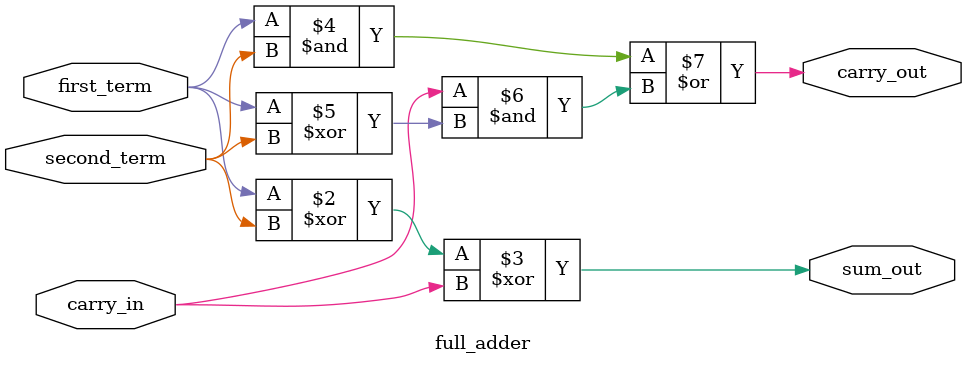
<source format=v>
module full_adder (
    input first_term,
    input second_term,
    input carry_in,
    output reg sum_out,
    output reg carry_out
);

  always @(first_term or second_term or carry_in) begin
    sum_out   = first_term ^ second_term ^ carry_in;
    carry_out = (first_term & second_term) | (carry_in & (first_term ^ second_term));
  end

  // Simulate waves
  initial begin
    $dumpfile("dump.vcd");
    $dumpvars(1, full_adder);
  end

endmodule

</source>
